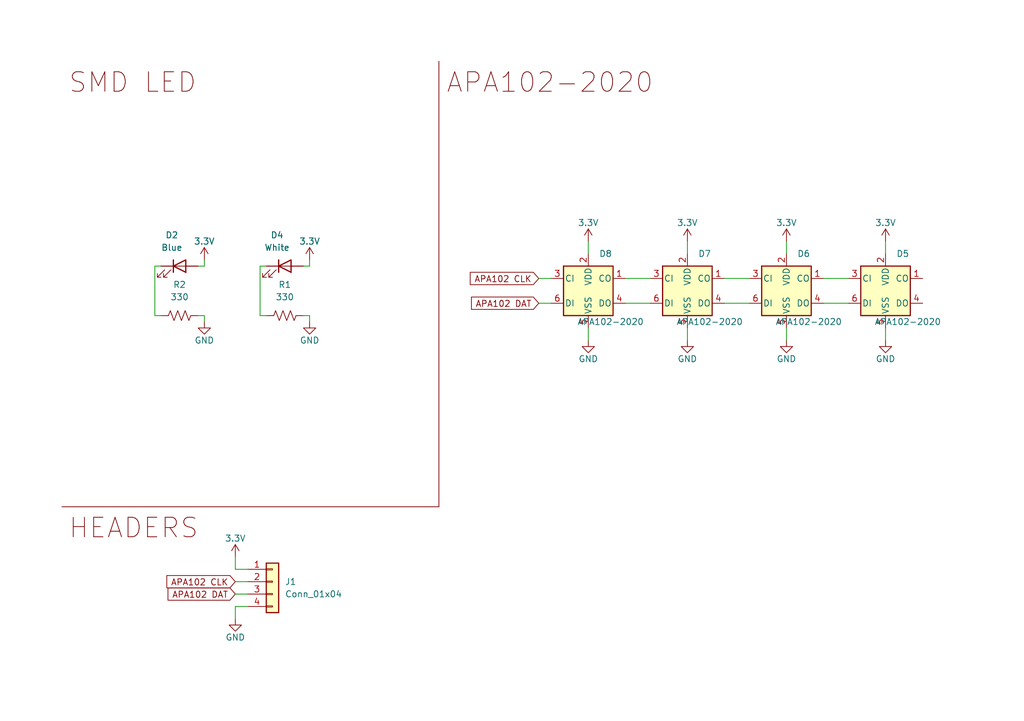
<source format=kicad_sch>
(kicad_sch (version 20231120) (generator "eeschema") (generator_version "8.0")
  (paper "A5")
  (lib_symbols
    (symbol "SparkFun-Connector:Conn_01x04" (pin_names (offset 1.016) hide)
      (property "Reference" "J" (at 0 5.08 0))
      (property "Value" "Conn_01x04" (at 0 -7.62 0))
      (symbol "Conn_01x04_1_1"
        (rectangle (start -1.27 -4.953) (end 0 -5.207) (stroke (width 0.1524)))
        (rectangle (start -1.27 -2.413) (end 0 -2.667) (stroke (width 0.1524)))
        (rectangle (start -1.27 0.127) (end 0 -0.127) (stroke (width 0.1524)))
        (rectangle (start -1.27 2.667) (end 0 2.413) (stroke (width 0.1524)))
        (rectangle (start -1.27 3.81) (end 1.27 -6.35) (stroke (width 0.254)) (fill (type background)))
        (pin passive line (at -5.08 2.54 0) (length 3.81) (name "Pin_1") (number "1"))
        (pin passive line (at -5.08 0 0) (length 3.81) (name "Pin_2") (number "2"))
        (pin passive line (at -5.08 -2.54 0) (length 3.81) (name "Pin_3") (number "3"))
        (pin passive line (at -5.08 -5.08 0) (length 3.81) (name "Pin_4") (number "4"))
      )
    )
    (symbol "SparkFun-LED:APA-102-2020" (pin_names (offset 0.254))
      (property "Reference" "D" (at -5.08 6.35 0))
      (property "Value" "APA102-2020" (at 4.572 -6.35 0))
      (symbol "APA-102-2020_0_1"
        (rectangle (start -5.08 5.08) (end 5.08 -5.08) (stroke (width 0.254)) (fill (type background)))
      )
      (symbol "APA-102-2020_1_1"
        (pin output line (at 7.62 2.54 180) (length 2.54) (name "CO") (number "1"))
        (pin power_in line (at 0 7.62 270) (length 2.54) (name "VDD") (number "2"))
        (pin input line (at -7.62 2.54 0) (length 2.54) (name "CI") (number "3"))
        (pin output line (at 7.62 -2.54 180) (length 2.54) (name "DO") (number "4"))
        (pin power_in line (at 0 -7.62 90) (length 2.54) (name "VSS") (number "5"))
        (pin input line (at -7.62 -2.54 0) (length 2.54) (name "DI") (number "6"))
      )
    )
    (symbol "SparkFun-LED:LED_Blue_0603" (pin_numbers hide) (pin_names (offset 1.016) hide)
      (property "Reference" "D" (at 0 2.54 0))
      (property "Value" "Blue" (at 0 -2.54 0))
      (symbol "LED_Blue_0603_0_1"
        (polyline (pts (xy -1.27 -1.27) (xy -1.27 1.27)) (stroke (width 0.254)))
        (polyline (pts (xy -1.27 0) (xy 1.27 0)))
        (polyline (pts (xy 1.27 -1.27) (xy 1.27 1.27) (xy -1.27 0) (xy 1.27 -1.27)) (stroke (width 0.254)))
        (polyline (pts (xy -3.048 -0.762) (xy -4.572 -2.286) (xy -3.81 -2.286) (xy -4.572 -2.286) (xy -4.572 -1.524)))
        (polyline (pts (xy -1.778 -0.762) (xy -3.302 -2.286) (xy -2.54 -2.286) (xy -3.302 -2.286) (xy -3.302 -1.524)))
      )
      (symbol "LED_Blue_0603_1_1"
        (pin passive line (at -3.81 0 0) (length 2.54) (name "K") (number "1"))
        (pin passive line (at 3.81 0 180) (length 2.54) (name "A") (number "2"))
      )
    )
    (symbol "SparkFun-LED:LED_White_1206" (pin_numbers hide) (pin_names (offset 1.016) hide)
      (property "Reference" "D" (at 0 2.54 0))
      (property "Value" "White" (at 0 -2.54 0))
      (symbol "LED_White_1206_0_1"
        (polyline (pts (xy -1.27 -1.27) (xy -1.27 1.27)) (stroke (width 0.254)))
        (polyline (pts (xy -1.27 0) (xy 1.27 0)))
        (polyline (pts (xy 1.27 -1.27) (xy 1.27 1.27) (xy -1.27 0) (xy 1.27 -1.27)) (stroke (width 0.254)))
        (polyline (pts (xy -3.048 -0.762) (xy -4.572 -2.286) (xy -3.81 -2.286) (xy -4.572 -2.286) (xy -4.572 -1.524)))
        (polyline (pts (xy -1.778 -0.762) (xy -3.302 -2.286) (xy -2.54 -2.286) (xy -3.302 -2.286) (xy -3.302 -1.524)))
      )
      (symbol "LED_White_1206_1_1"
        (pin passive line (at -3.81 0 0) (length 2.54) (name "K") (number "1"))
        (pin passive line (at 3.81 0 180) (length 2.54) (name "A") (number "2"))
      )
    )
    (symbol "SparkFun-PowerSymbol:3.3V" (power) (pin_names (offset 0))
      (property "Value" "3.3V" (at 0 3.81 0))
      (symbol "3.3V_0_1"
        (polyline (pts (xy -0.762 1.27) (xy 0 2.54)))
        (polyline (pts (xy 0 0) (xy 0 2.54)))
        (polyline (pts (xy 0 2.54) (xy 0.762 1.27)))
      )
      (symbol "3.3V_1_1"
        (pin power_in line (at 0 0 90) (length 0) hide (name "3.3V") (number "1"))
      )
    )
    (symbol "SparkFun-PowerSymbol:GND" (power) (pin_names (offset 0))
      (property "Value" "GND" (at 0 -3.81 0))
      (symbol "GND_0_1"
        (polyline (pts (xy 0 0) (xy 0 -1.27) (xy 1.27 -1.27) (xy 0 -2.54) (xy -1.27 -1.27) (xy 0 -1.27)))
      )
      (symbol "GND_1_1"
        (pin power_in line (at 0 0 270) (length 0) hide (name "GND") (number "1"))
      )
    )
    (symbol "SparkFun-Resistor:330_0603" (pin_numbers hide) (pin_names (offset 0))
      (property "Reference" "R" (at 0 -2.54 0))
      (property "Value" "330" (at 0 2.54 0))
      (symbol "330_0603_0_1"
        (polyline (pts (xy -2.286 0) (xy -2.54 0)))
        (polyline (pts (xy 2.286 0) (xy 2.54 0)))
        (polyline (pts (xy -0.762 0) (xy -1.143 -1.016) (xy -1.524 0) (xy -1.905 1.016) (xy -2.286 0)))
        (polyline (pts (xy 0.762 0) (xy 0.381 -1.016) (xy 0 0) (xy -0.381 1.016) (xy -0.762 0)))
        (polyline (pts (xy 2.286 0) (xy 1.905 -1.016) (xy 1.524 0) (xy 1.143 1.016) (xy 0.762 0)))
      )
      (symbol "330_0603_1_1"
        (pin passive line (at 3.81 0 180) (length 1.27) (name "~") (number "1"))
        (pin passive line (at -3.81 0 0) (length 1.27) (name "~") (number "2"))
      )
    )
  )
  (wire (pts (xy 41.91 64.77) (xy 41.91 66.04)))
  (wire (pts (xy 48.26 124.46) (xy 50.8 124.46)))
  (wire (pts (xy 63.5 53.34) (xy 63.5 54.61)))
  (wire (pts (xy 168.91 62.23) (xy 173.99 62.23)))
  (wire (pts (xy 161.29 67.31) (xy 161.29 69.85)))
  (wire (pts (xy 140.97 49.53) (xy 140.97 52.07)))
  (polyline (pts (xy 12.7 104.0091) (xy 90.0065 104.0091)) (stroke (width 0) (color 118 0 0 1)))
  (wire (pts (xy 128.27 62.23) (xy 133.35 62.23)))
  (wire (pts (xy 41.91 53.34) (xy 41.91 54.61)))
  (wire (pts (xy 48.26 119.38) (xy 50.8 119.38)))
  (wire (pts (xy 63.5 64.77) (xy 63.5 66.04)))
  (wire (pts (xy 48.26 121.92) (xy 50.8 121.92)))
  (wire (pts (xy 41.91 54.61) (xy 40.64 54.61)))
  (wire (pts (xy 168.91 57.15) (xy 173.99 57.15)))
  (wire (pts (xy 40.64 64.77) (xy 41.91 64.77)))
  (wire (pts (xy 110.49 57.15) (xy 113.03 57.15)))
  (wire (pts (xy 53.34 64.77) (xy 54.61 64.77)))
  (wire (pts (xy 33.02 54.61) (xy 31.75 54.61)))
  (wire (pts (xy 62.23 54.61) (xy 63.5 54.61)))
  (wire (pts (xy 53.34 54.61) (xy 53.34 64.77)))
  (wire (pts (xy 128.27 57.15) (xy 133.35 57.15)))
  (wire (pts (xy 48.26 116.84) (xy 50.8 116.84)))
  (wire (pts (xy 31.75 54.61) (xy 31.75 64.77)))
  (wire (pts (xy 181.61 49.53) (xy 181.61 52.07)))
  (wire (pts (xy 181.61 67.31) (xy 181.61 69.85)))
  (wire (pts (xy 62.23 64.77) (xy 63.5 64.77)))
  (wire (pts (xy 31.75 64.77) (xy 33.02 64.77)))
  (wire (pts (xy 148.59 57.15) (xy 153.67 57.15)))
  (wire (pts (xy 140.97 67.31) (xy 140.97 69.85)))
  (wire (pts (xy 161.29 49.53) (xy 161.29 52.07)))
  (wire (pts (xy 110.49 62.23) (xy 113.03 62.23)))
  (wire (pts (xy 54.61 54.61) (xy 53.34 54.61)))
  (polyline (pts (xy 90.0065 12.5691) (xy 90.0065 104.0091)) (stroke (width 0) (color 118 0 0 1)))
  (wire (pts (xy 148.59 62.23) (xy 153.67 62.23)))
  (wire (pts (xy 120.65 67.31) (xy 120.65 69.85)))
  (wire (pts (xy 120.65 49.53) (xy 120.65 52.07)))
  (wire (pts (xy 48.26 114.3) (xy 48.26 116.84)))
  (wire (pts (xy 48.26 124.46) (xy 48.26 127)))
  (label "HEADERS" (at 13.97 111.76 0) (effects (font (size 4 4))))
  (label "SMD LED" (at 13.97 20.32 0) (effects (font (size 4 4))))
  (label "APA102-2020" (at 91.44 20.32 0) (effects (font (size 4 4))))
  (global_label "APA102 DAT" (shape input) (at 110.49 62.23 180) (property "Intersheetrefs" "${INTERSHEET_REFS}" (effects (hide yes))))
  (global_label "APA102 DAT" (shape input) (at 48.26 121.92 180) (property "Intersheetrefs" "${INTERSHEET_REFS}" (effects (hide yes))))
  (global_label "APA102 CLK" (shape input) (at 48.26 119.38 180) (property "Intersheetrefs" "${INTERSHEET_REFS}" (effects (hide yes))))
  (global_label "APA102 CLK" (shape input) (at 110.49 57.15 180) (property "Intersheetrefs" "${INTERSHEET_REFS}" (effects (hide yes))))
  (symbol (lib_id "SparkFun-PowerSymbol:3.3V") (at 63.5 53.34 0) (unit 1)
    (property "Reference" "#PWR010" (effects (hide yes)))
    (property "Value" "3.3V" (at 63.5 49.53 0))
    (property "Description" "Power symbol creates a global label with name \"3.3V\"" (effects (hide yes)))
  )
  (symbol (lib_id "SparkFun-PowerSymbol:GND") (at 140.97 69.85 0) (unit 1)
    (property "Reference" "#PWR02" (effects (hide yes)))
    (property "Value" "GND" (at 140.97 73.66 0))
    (property "Description" "Power symbol creates a global label with name \"GND\" , ground" (effects (hide yes)))
  )
  (symbol (lib_id "SparkFun-PowerSymbol:3.3V") (at 120.65 49.53 0) (unit 1)
    (property "Reference" "#PWR05" (effects (hide yes)))
    (property "Value" "3.3V" (at 120.65 45.72 0))
    (property "Description" "Power symbol creates a global label with name \"3.3V\"" (effects (hide yes)))
  )
  (symbol (lib_id "SparkFun-PowerSymbol:3.3V") (at 48.26 114.3 0) (unit 1)
    (property "Reference" "#PWR014" (effects (hide yes)))
    (property "Value" "3.3V" (at 48.26 110.49 0))
    (property "Description" "Power symbol creates a global label with name \"3.3V\"" (effects (hide yes)))
  )
  (symbol (lib_id "SparkFun-LED:APA-102-2020") (at 140.97 59.69 0) (unit 1)
    (property "Reference" "D7" (at 143.1641 52.07 0) (effects (justify left)))
    (property "Value" "APA102-2020" (at 145.542 66.04 0))
    (property "Footprint" "SparkFun-LED:APA-102-2020" (effects (hide yes)))
    (property "Datasheet" "https://cdn.sparkfun.com/assets/d/c/a/4/2/APA_102-2020-256-6.pdf" (effects (hide yes)))
    (property "Description" "APA102-2020 SMD 2x2mm 2-Wire Addressable RGB LED (6 pin)" (effects (hide yes)))
    (property "PROD_ID" "DIO-14111" (effects (hide yes)))
  )
  (symbol (lib_id "SparkFun-PowerSymbol:3.3V") (at 140.97 49.53 0) (unit 1)
    (property "Reference" "#PWR06" (effects (hide yes)))
    (property "Value" "3.3V" (at 140.97 45.72 0))
    (property "Description" "Power symbol creates a global label with name \"3.3V\"" (effects (hide yes)))
  )
  (symbol (lib_id "SparkFun-PowerSymbol:GND") (at 48.26 127 0) (unit 1)
    (property "Reference" "#PWR013" (effects (hide yes)))
    (property "Value" "GND" (at 48.26 130.81 0))
    (property "Description" "Power symbol creates a global label with name \"GND\" , ground" (effects (hide yes)))
  )
  (symbol (lib_id "SparkFun-PowerSymbol:GND") (at 63.5 66.04 0) (unit 1)
    (property "Reference" "#PWR012" (effects (hide yes)))
    (property "Value" "GND" (at 63.5 69.85 0))
    (property "Description" "Power symbol creates a global label with name \"GND\" , ground" (effects (hide yes)))
  )
  (symbol (lib_id "SparkFun-LED:APA-102-2020") (at 181.61 59.69 0) (unit 1)
    (property "Reference" "D5" (at 183.8041 52.07 0) (effects (justify left)))
    (property "Value" "APA102-2020" (at 186.182 66.04 0))
    (property "Footprint" "SparkFun-LED:APA-102-2020" (effects (hide yes)))
    (property "Datasheet" "https://cdn.sparkfun.com/assets/d/c/a/4/2/APA_102-2020-256-6.pdf" (effects (hide yes)))
    (property "Description" "APA102-2020 SMD 2x2mm 2-Wire Addressable RGB LED (6 pin)" (effects (hide yes)))
    (property "PROD_ID" "DIO-14111" (effects (hide yes)))
  )
  (symbol (lib_id "SparkFun-PowerSymbol:GND") (at 120.65 69.85 0) (unit 1)
    (property "Reference" "#PWR01" (effects (hide yes)))
    (property "Value" "GND" (at 120.65 73.66 0))
    (property "Description" "Power symbol creates a global label with name \"GND\" , ground" (effects (hide yes)))
  )
  (symbol (lib_id "SparkFun-LED:LED_White_1206") (at 58.42 54.61 0) (unit 1)
    (property "Reference" "D4" (at 56.8325 48.26 0))
    (property "Value" "White" (at 56.8325 50.8 0))
    (property "Footprint" "SparkFun-LED:LED_1206_3216Metric" (effects (hide yes)))
    (property "Description" "LED Diffused White 1206" (effects (hide yes)))
    (property "PROD_ID" "DIO-21474" (effects (hide yes)))
  )
  (symbol (lib_id "SparkFun-PowerSymbol:GND") (at 161.29 69.85 0) (unit 1)
    (property "Reference" "#PWR03" (effects (hide yes)))
    (property "Value" "GND" (at 161.29 73.66 0))
    (property "Description" "Power symbol creates a global label with name \"GND\" , ground" (effects (hide yes)))
  )
  (symbol (lib_id "SparkFun-PowerSymbol:3.3V") (at 41.91 53.34 0) (unit 1)
    (property "Reference" "#PWR09" (effects (hide yes)))
    (property "Value" "3.3V" (at 41.91 49.53 0))
    (property "Description" "Power symbol creates a global label with name \"3.3V\"" (effects (hide yes)))
  )
  (symbol (lib_id "SparkFun-Connector:Conn_01x04") (at 55.88 119.38 0) (unit 1)
    (property "Reference" "J1" (at 58.42 119.3799 0) (effects (justify left)))
    (property "Value" "Conn_01x04" (at 58.42 121.9199 0) (effects (justify left)))
    (property "Footprint" "SparkFun-Connector:1x04" (effects (hide yes)))
    (property "Description" "Generic connector, single row, 01x04, script generated (kicad-library-utils/schlib/autogen/connector/)" (effects (hide yes)))
  )
  (symbol (lib_id "SparkFun-PowerSymbol:GND") (at 41.91 66.04 0) (unit 1)
    (property "Reference" "#PWR011" (effects (hide yes)))
    (property "Value" "GND" (at 41.91 69.85 0))
    (property "Description" "Power symbol creates a global label with name \"GND\" , ground" (effects (hide yes)))
  )
  (symbol (lib_id "SparkFun-LED:APA-102-2020") (at 161.29 59.69 0) (unit 1)
    (property "Reference" "D6" (at 163.4841 52.07 0) (effects (justify left)))
    (property "Value" "APA102-2020" (at 165.862 66.04 0))
    (property "Footprint" "SparkFun-LED:APA-102-2020" (effects (hide yes)))
    (property "Datasheet" "https://cdn.sparkfun.com/assets/d/c/a/4/2/APA_102-2020-256-6.pdf" (effects (hide yes)))
    (property "Description" "APA102-2020 SMD 2x2mm 2-Wire Addressable RGB LED (6 pin)" (effects (hide yes)))
    (property "PROD_ID" "DIO-14111" (effects (hide yes)))
  )
  (symbol (lib_id "SparkFun-LED:LED_Blue_0603") (at 36.83 54.61 0) (unit 1)
    (property "Reference" "D2" (at 35.2425 48.26 0))
    (property "Value" "Blue" (at 35.2425 50.8 0))
    (property "Footprint" "SparkFun-LED:LED_0603_1608Metric" (effects (hide yes)))
    (property "Datasheet" "https://media.digikey.com/pdf/Data%20Sheets/Rohm%20PDFs/SMLE12_Series_Rev2.0_2007.pdf" (effects (hide yes)))
    (property "Description" "Light emitting diode" (effects (hide yes)))
    (property "PROD_ID" "DIO-08575" (effects (hide yes)))
  )
  (symbol (lib_id "SparkFun-PowerSymbol:3.3V") (at 161.29 49.53 0) (unit 1)
    (property "Reference" "#PWR07" (effects (hide yes)))
    (property "Value" "3.3V" (at 161.29 45.72 0))
    (property "Description" "Power symbol creates a global label with name \"3.3V\"" (effects (hide yes)))
  )
  (symbol (lib_id "SparkFun-Resistor:330_0603") (at 36.83 64.77 0) (unit 1)
    (property "Reference" "R2" (at 36.83 58.42 0))
    (property "Value" "330" (at 36.83 60.96 0))
    (property "Footprint" "SparkFun-Resistor:R_0603_1608Metric" (effects (hide yes)))
    (property "Datasheet" "https://www.vishay.com/docs/20035/dcrcwe3.pdf" (effects (hide yes)))
    (property "Description" "Resistor" (effects (hide yes)))
    (property "PROD_ID" "RES-00818" (effects (hide yes)))
  )
  (symbol (lib_id "SparkFun-PowerSymbol:GND") (at 181.61 69.85 0) (unit 1)
    (property "Reference" "#PWR04" (effects (hide yes)))
    (property "Value" "GND" (at 181.61 73.66 0))
    (property "Description" "Power symbol creates a global label with name \"GND\" , ground" (effects (hide yes)))
  )
  (symbol (lib_id "SparkFun-LED:APA-102-2020") (at 120.65 59.69 0) (unit 1)
    (property "Reference" "D8" (at 122.8441 52.07 0) (effects (justify left)))
    (property "Value" "APA102-2020" (at 125.222 66.04 0))
    (property "Footprint" "SparkFun-LED:APA-102-2020" (effects (hide yes)))
    (property "Datasheet" "https://cdn.sparkfun.com/assets/d/c/a/4/2/APA_102-2020-256-6.pdf" (effects (hide yes)))
    (property "Description" "APA102-2020 SMD 2x2mm 2-Wire Addressable RGB LED (6 pin)" (effects (hide yes)))
    (property "PROD_ID" "DIO-14111" (effects (hide yes)))
  )
  (symbol (lib_id "SparkFun-Resistor:330_0603") (at 58.42 64.77 0) (unit 1)
    (property "Reference" "R1" (at 58.42 58.42 0))
    (property "Value" "330" (at 58.42 60.96 0))
    (property "Footprint" "SparkFun-Resistor:R_0603_1608Metric" (effects (hide yes)))
    (property "Datasheet" "https://www.vishay.com/docs/20035/dcrcwe3.pdf" (effects (hide yes)))
    (property "Description" "Resistor" (effects (hide yes)))
    (property "PROD_ID" "RES-00818" (effects (hide yes)))
  )
  (symbol (lib_id "SparkFun-PowerSymbol:3.3V") (at 181.61 49.53 0) (unit 1)
    (property "Reference" "#PWR08" (effects (hide yes)))
    (property "Value" "3.3V" (at 181.61 45.72 0))
    (property "Description" "Power symbol creates a global label with name \"3.3V\"" (effects (hide yes)))
  )
)
</source>
